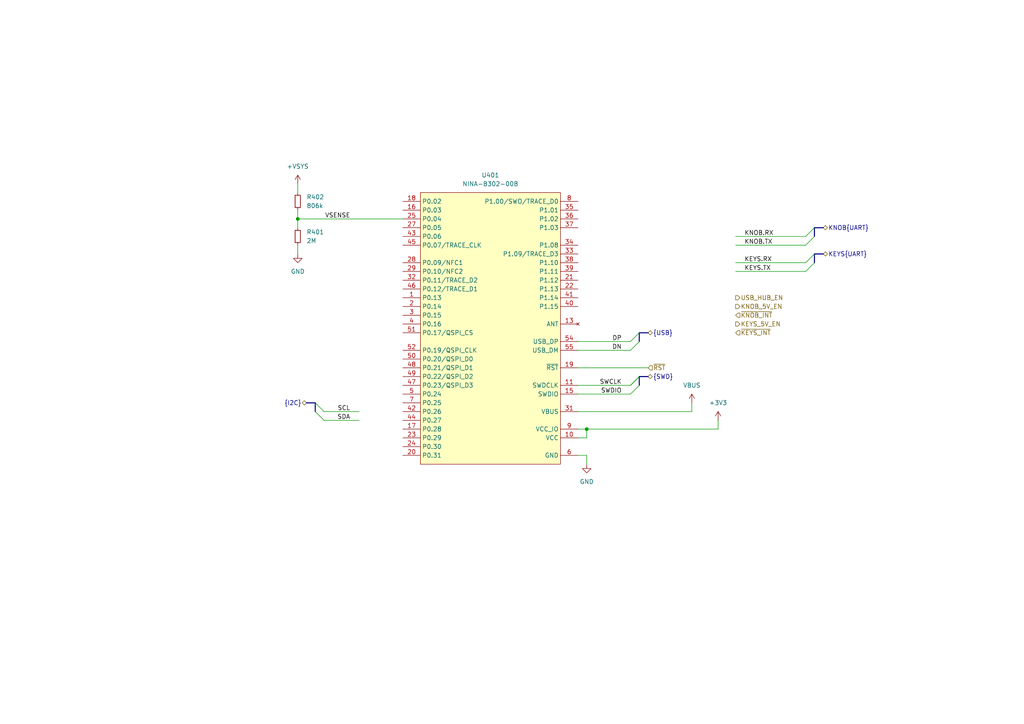
<source format=kicad_sch>
(kicad_sch (version 20250114) (generator "eeschema") (generator_version "9.0")
  (paper "A4")
  (lib_symbols
    (symbol "DEV:R_SMALL" (pin_numbers (hide yes)) (pin_names (offset 0.254) (hide yes))
      (property "Reference" "R" (at 0 0 90))
      (property "Value" "R_SMALL" (at 1.778 0 90))
      (symbol "R_SMALL_0_1"
        (rectangle (start -0.762 1.778) (end 0.762 -1.778) (stroke (width 0.2032)))
      )
      (symbol "R_SMALL_1_1"
        (pin passive line (at 0 2.54 270) (length 0.762) (name "~") (number "1"))
        (pin passive line (at 0 -2.54 90) (length 0.762) (name "~") (number "2"))
      )
    )
    (symbol "NRF:NINA-B302-00B"
      (property "Reference" "U" (at 0 5.08 0))
      (property "Value" "NINA-B302-00B" (at 0 2.54 0))
      (symbol "NINA-B302-00B_1_1"
        (rectangle (start -20.32 0) (end 20.32 -78.74) (fill (type background)))
        (pin passive line (at -25.4 -2.54 0) (length 5.08) (name "P0.02") (number "18"))
        (pin passive line (at -25.4 -5.08 0) (length 5.08) (name "P0.03") (number "16"))
        (pin passive line (at -25.4 -7.62 0) (length 5.08) (name "P0.04") (number "25"))
        (pin passive line (at -25.4 -10.16 0) (length 5.08) (name "P0.05") (number "27"))
        (pin passive line (at -25.4 -12.7 0) (length 5.08) (name "P0.06") (number "43"))
        (pin passive line (at -25.4 -15.24 0) (length 5.08) (name "P0.07/TRACE_CLK") (number "45"))
        (pin passive line (at -25.4 -20.32 0) (length 5.08) (name "P0.09/NFC1") (number "28"))
        (pin passive line (at -25.4 -22.86 0) (length 5.08) (name "P0.10/NFC2") (number "29"))
        (pin passive line (at -25.4 -25.4 0) (length 5.08) (name "P0.11/TRACE_D2") (number "32"))
        (pin passive line (at -25.4 -27.94 0) (length 5.08) (name "P0.12/TRACE_D1") (number "46"))
        (pin passive line (at -25.4 -30.48 0) (length 5.08) (name "P0.13") (number "1"))
        (pin passive line (at -25.4 -33.02 0) (length 5.08) (name "P0.14") (number "2"))
        (pin passive line (at -25.4 -35.56 0) (length 5.08) (name "P0.15") (number "3"))
        (pin passive line (at -25.4 -38.1 0) (length 5.08) (name "P0.16") (number "4"))
        (pin passive line (at -25.4 -40.64 0) (length 5.08) (name "P0.17/QSPI_CS") (number "51"))
        (pin passive line (at -25.4 -45.72 0) (length 5.08) (name "P0.19/QSPI_CLK") (number "52"))
        (pin passive line (at -25.4 -48.26 0) (length 5.08) (name "P0.20/QSPI_D0") (number "50"))
        (pin passive line (at -25.4 -50.8 0) (length 5.08) (name "P0.21/QSPI_D1") (number "48"))
        (pin passive line (at -25.4 -53.34 0) (length 5.08) (name "P0.22/QSPI_D2") (number "49"))
        (pin passive line (at -25.4 -55.88 0) (length 5.08) (name "P0.23/QSPI_D3") (number "47"))
        (pin passive line (at -25.4 -58.42 0) (length 5.08) (name "P0.24") (number "5"))
        (pin passive line (at -25.4 -60.96 0) (length 5.08) (name "P0.25") (number "7"))
        (pin passive line (at -25.4 -63.5 0) (length 5.08) (name "P0.26") (number "42"))
        (pin passive line (at -25.4 -66.04 0) (length 5.08) (name "P0.27") (number "44"))
        (pin passive line (at -25.4 -68.58 0) (length 5.08) (name "P0.28") (number "17"))
        (pin passive line (at -25.4 -71.12 0) (length 5.08) (name "P0.29") (number "23"))
        (pin passive line (at -25.4 -73.66 0) (length 5.08) (name "P0.30") (number "24"))
        (pin passive line (at -25.4 -76.2 0) (length 5.08) (name "P0.31") (number "20"))
        (pin passive line (at 25.4 -2.54 180) (length 5.08) (name "P1.00/SWO/TRACE_D0") (number "8"))
        (pin passive line (at 25.4 -5.08 180) (length 5.08) (name "P1.01") (number "35"))
        (pin passive line (at 25.4 -7.62 180) (length 5.08) (name "P1.02") (number "36"))
        (pin passive line (at 25.4 -10.16 180) (length 5.08) (name "P1.03") (number "37"))
        (pin passive line (at 25.4 -15.24 180) (length 5.08) (name "P1.08") (number "34"))
        (pin passive line (at 25.4 -17.78 180) (length 5.08) (name "P1.09/TRACE_D3") (number "33"))
        (pin passive line (at 25.4 -20.32 180) (length 5.08) (name "P1.10") (number "38"))
        (pin passive line (at 25.4 -22.86 180) (length 5.08) (name "P1.11") (number "39"))
        (pin passive line (at 25.4 -25.4 180) (length 5.08) (name "P1.12") (number "21"))
        (pin passive line (at 25.4 -27.94 180) (length 5.08) (name "P1.13") (number "22"))
        (pin passive line (at 25.4 -30.48 180) (length 5.08) (name "P1.14") (number "41"))
        (pin passive line (at 25.4 -33.02 180) (length 5.08) (name "P1.15") (number "40"))
        (pin no_connect line (at 25.4 -38.1 180) (length 5.08) (name "ANT") (number "13"))
        (pin bidirectional line (at 25.4 -43.18 180) (length 5.08) (name "USB_DP") (number "54"))
        (pin bidirectional line (at 25.4 -45.72 180) (length 5.08) (name "USB_DM") (number "55"))
        (pin bidirectional line (at 25.4 -50.8 180) (length 5.08) (name "~{RST}") (number "19"))
        (pin input line (at 25.4 -55.88 180) (length 5.08) (name "SWDCLK") (number "11"))
        (pin bidirectional line (at 25.4 -58.42 180) (length 5.08) (name "SWDIO") (number "15"))
        (pin power_in line (at 25.4 -63.5 180) (length 5.08) (name "VBUS") (number "31"))
        (pin power_in line (at 25.4 -68.58 180) (length 5.08) (name "VCC_IO") (number "9"))
        (pin power_in line (at 25.4 -71.12 180) (length 5.08) (name "VCC") (number "10"))
        (pin passive line (at 25.4 -76.2 180) (length 5.08) (hide yes) (name "GND") (number "12"))
        (pin passive line (at 25.4 -76.2 180) (length 5.08) (hide yes) (name "GND") (number "14"))
        (pin passive line (at 25.4 -76.2 180) (length 5.08) (hide yes) (name "GND") (number "26"))
        (pin passive line (at 25.4 -76.2 180) (length 5.08) (hide yes) (name "GND") (number "30"))
        (pin passive line (at 25.4 -76.2 180) (length 5.08) (hide yes) (name "GND") (number "53"))
        (pin passive line (at 25.4 -76.2 180) (length 5.08) (hide yes) (name "GND") (number "56"))
        (pin passive line (at 25.4 -76.2 180) (length 5.08) (hide yes) (name "GND") (number "57"))
        (pin passive line (at 25.4 -76.2 180) (length 5.08) (hide yes) (name "GND") (number "58"))
        (pin passive line (at 25.4 -76.2 180) (length 5.08) (hide yes) (name "GND") (number "59"))
        (pin passive line (at 25.4 -76.2 180) (length 5.08) (name "GND") (number "6"))
        (pin passive line (at 25.4 -76.2 180) (length 5.08) (hide yes) (name "GND") (number "60"))
        (pin passive line (at 25.4 -76.2 180) (length 5.08) (hide yes) (name "GND") (number "61"))
        (pin passive line (at 25.4 -76.2 180) (length 5.08) (hide yes) (name "GND") (number "62"))
        (pin passive line (at 25.4 -76.2 180) (length 5.08) (hide yes) (name "GND") (number "63"))
        (pin passive line (at 25.4 -76.2 180) (length 5.08) (hide yes) (name "GND") (number "64"))
        (pin passive line (at 25.4 -76.2 180) (length 5.08) (hide yes) (name "GND") (number "65"))
        (pin passive line (at 25.4 -76.2 180) (length 5.08) (hide yes) (name "GND") (number "66"))
        (pin passive line (at 25.4 -76.2 180) (length 5.08) (hide yes) (name "GND") (number "67"))
      )
    )
    (symbol "PWR-SYM:+VSYS" (power) (pin_numbers (hide yes)) (pin_names (offset 0) (hide yes))
      (property "Value" "+VSYS" (at 0 3.556 0))
      (symbol "+VSYS_0_1"
        (polyline (pts (xy -0.762 1.27) (xy 0 2.54)))
        (polyline (pts (xy 0 2.54) (xy 0.762 1.27)))
        (polyline (pts (xy 0 0) (xy 0 2.54)))
      )
      (symbol "+VSYS_1_1"
        (pin power_in line (at 0 0 90) (length 0) (name "~") (number "1"))
      )
    )
    (symbol "power:+3V3" (power) (pin_numbers (hide yes)) (pin_names (offset 0) (hide yes))
      (property "Value" "+3V3" (at 0 3.556 0))
      (symbol "+3V3_0_1"
        (polyline (pts (xy -0.762 1.27) (xy 0 2.54)))
        (polyline (pts (xy 0 2.54) (xy 0.762 1.27)))
        (polyline (pts (xy 0 0) (xy 0 2.54)))
      )
      (symbol "+3V3_1_1"
        (pin power_in line (at 0 0 90) (length 0) (name "~") (number "1"))
      )
    )
    (symbol "power:GND" (power) (pin_numbers (hide yes)) (pin_names (offset 0) (hide yes))
      (property "Value" "GND" (at 0 -3.81 0))
      (symbol "GND_0_1"
        (polyline (pts (xy 0 0) (xy 0 -1.27) (xy 1.27 -1.27) (xy 0 -2.54) (xy -1.27 -1.27) (xy 0 -1.27)))
      )
      (symbol "GND_1_1"
        (pin power_in line (at 0 0 270) (length 0) (name "~") (number "1"))
      )
    )
    (symbol "power:VBUS" (power) (pin_numbers (hide yes)) (pin_names (offset 0) (hide yes))
      (property "Value" "VBUS" (at 0 3.556 0))
      (symbol "VBUS_0_1"
        (polyline (pts (xy -0.762 1.27) (xy 0 2.54)))
        (polyline (pts (xy 0 2.54) (xy 0.762 1.27)))
        (polyline (pts (xy 0 0) (xy 0 2.54)))
      )
      (symbol "VBUS_1_1"
        (pin power_in line (at 0 0 90) (length 0) (name "~") (number "1"))
      )
    )
  )
  (junction (at 86.36 63.5))
  (junction (at 170.18 124.46))
  (bus_entry (at 236.22 66.04) (size -2.54 2.54))
  (bus_entry (at 185.42 109.22) (size -2.54 2.54))
  (bus_entry (at 185.42 99.06) (size -2.54 2.54))
  (bus_entry (at 185.42 111.76) (size -2.54 2.54))
  (bus_entry (at 236.22 76.2) (size -2.54 2.54))
  (bus_entry (at 185.42 96.52) (size -2.54 2.54))
  (bus_entry (at 91.44 119.38) (size 2.54 2.54))
  (bus_entry (at 236.22 68.58) (size -2.54 2.54))
  (bus_entry (at 185.42 109.22) (size -2.54 2.54))
  (bus_entry (at 236.22 73.66) (size -2.54 2.54))
  (bus_entry (at 91.44 116.84) (size 2.54 2.54))
  (bus (pts (xy 236.22 66.04) (xy 236.22 68.58)))
  (wire (pts (xy 167.64 132.08) (xy 170.18 132.08)))
  (wire (pts (xy 86.36 71.12) (xy 86.36 73.66)))
  (wire (pts (xy 104.14 121.92) (xy 93.98 121.92)))
  (wire (pts (xy 200.66 116.84) (xy 200.66 119.38)))
  (wire (pts (xy 170.18 124.46) (xy 170.18 127)))
  (bus (pts (xy 238.76 66.04) (xy 236.22 66.04)))
  (wire (pts (xy 182.88 99.06) (xy 167.64 99.06)))
  (bus (pts (xy 88.9 116.84) (xy 91.44 116.84)))
  (wire (pts (xy 170.18 124.46) (xy 208.28 124.46)))
  (wire (pts (xy 104.14 119.38) (xy 93.98 119.38)))
  (wire (pts (xy 167.64 124.46) (xy 170.18 124.46)))
  (wire (pts (xy 86.36 63.5) (xy 86.36 66.04)))
  (wire (pts (xy 213.36 68.58) (xy 233.68 68.58)))
  (bus (pts (xy 187.96 109.22) (xy 185.42 109.22)))
  (wire (pts (xy 167.64 127) (xy 170.18 127)))
  (wire (pts (xy 86.36 60.96) (xy 86.36 63.5)))
  (wire (pts (xy 167.64 101.6) (xy 182.88 101.6)))
  (wire (pts (xy 86.36 53.34) (xy 86.36 55.88)))
  (wire (pts (xy 182.88 114.3) (xy 167.64 114.3)))
  (bus (pts (xy 238.76 73.66) (xy 236.22 73.66)))
  (wire (pts (xy 170.18 134.62) (xy 170.18 132.08)))
  (bus (pts (xy 185.42 109.22) (xy 185.42 111.76)))
  (wire (pts (xy 200.66 119.38) (xy 167.64 119.38)))
  (wire (pts (xy 213.36 78.74) (xy 233.68 78.74)))
  (wire (pts (xy 213.36 71.12) (xy 233.68 71.12)))
  (wire (pts (xy 208.28 121.92) (xy 208.28 124.46)))
  (wire (pts (xy 182.88 111.76) (xy 167.64 111.76)))
  (bus (pts (xy 185.42 96.52) (xy 185.42 99.06)))
  (bus (pts (xy 91.44 116.84) (xy 91.44 119.38)))
  (wire (pts (xy 213.36 76.2) (xy 233.68 76.2)))
  (bus (pts (xy 236.22 73.66) (xy 236.22 76.2)))
  (wire (pts (xy 86.36 63.5) (xy 116.84 63.5)))
  (wire (pts (xy 187.96 106.68) (xy 167.64 106.68)))
  (bus (pts (xy 187.96 96.52) (xy 185.42 96.52)))
  (label "DN" (at 180.34 101.6 180))
  (label "SWCLK" (at 180.34 111.76 180))
  (label "KNOB.RX" (at 215.9 68.58 0))
  (label "SCL" (at 101.6 119.38 180))
  (label "SDA" (at 101.6 121.92 180))
  (label "VSENSE" (at 101.6 63.5 180))
  (label "DP" (at 180.34 99.06 180))
  (label "KEYS.TX" (at 215.9 78.74 0))
  (label "KNOB.TX" (at 215.9 71.12 0))
  (label "SWDIO" (at 180.34 114.3 180))
  (label "KEYS.RX" (at 215.9 76.2 0))
  (hierarchical_label "{USB}" (shape bidirectional) (at 187.96 96.52 0))
  (hierarchical_label "KEYS_5V_EN" (shape output) (at 213.36 93.98 0))
  (hierarchical_label "USB_HUB_EN" (shape output) (at 213.36 86.36 0))
  (hierarchical_label "~{KEYS_INT}" (shape input) (at 213.36 96.52 0))
  (hierarchical_label "~{KNOB_INT}" (shape input) (at 213.36 91.44 0))
  (hierarchical_label "KNOB{UART}" (shape bidirectional) (at 238.76 66.04 0))
  (hierarchical_label "{SWD}" (shape bidirectional) (at 187.96 109.22 0))
  (hierarchical_label "KNOB_5V_EN" (shape output) (at 213.36 88.9 0))
  (hierarchical_label "~{RST}" (shape input) (at 187.96 106.68 0))
  (hierarchical_label "{I2C}" (shape bidirectional) (at 88.9 116.84 180))
  (hierarchical_label "KEYS{UART}" (shape bidirectional) (at 238.76 73.66 0))
  (symbol (lib_id "DEV:R_SMALL") (at 86.36 58.42 0) (mirror y) (unit 1)
    (property "Reference" "R402" (at 88.9 57.1499 0) (effects (justify right)))
    (property "Value" "806k" (at 88.9 59.6899 0) (effects (justify right)))
    (property "Footprint" "project_footprints:R_0402" (effects (hide yes)))
    (property "Description" "Resistor, small symbol" (effects (hide yes)))
  )
  (symbol (lib_id "power:VBUS") (at 200.66 116.84 0) (unit 1)
    (property "Reference" "#PWR0403" (effects (hide yes)))
    (property "Value" "VBUS" (at 200.66 111.76 0))
    (property "Description" "Power symbol creates a global label with name \"VBUS\"" (effects (hide yes)))
  )
  (symbol (lib_id "DEV:R_SMALL") (at 86.36 68.58 0) (unit 1)
    (property "Reference" "R401" (at 88.9 67.3099 0) (effects (justify left)))
    (property "Value" "2M" (at 88.9 69.8499 0) (effects (justify left)))
    (property "Footprint" "project_footprints:R_0402" (effects (hide yes)))
    (property "Description" "Resistor, small symbol" (effects (hide yes)))
  )
  (symbol (lib_id "power:+3V3") (at 208.28 121.92 0) (unit 1)
    (property "Reference" "#PWR0402" (effects (hide yes)))
    (property "Value" "+3V3" (at 208.28 116.84 0))
    (property "Description" "Power symbol creates a global label with name \"+3V3\"" (effects (hide yes)))
  )
  (symbol (lib_id "NRF:NINA-B302-00B") (at 142.24 55.88 0) (unit 1)
    (property "Reference" "U401" (at 142.24 50.8 0))
    (property "Value" "NINA-B302-00B" (at 142.24 53.34 0))
    (property "Footprint" "project_footprints:NINAB30200B" (effects (hide yes)))
    (property "Datasheet" "https://www.u-blox.com/en/docs/UBX-17052099" (effects (hide yes)))
    (property "Description" "RX TXRX MODULE BT TRC METAL ANT SMD" (effects (hide yes)))
  )
  (symbol (lib_id "power:GND") (at 170.18 134.62 0) (unit 1)
    (property "Reference" "#PWR0404" (effects (hide yes)))
    (property "Value" "GND" (at 170.18 139.7 0))
  )
  (symbol (lib_id "PWR-SYM:+VSYS") (at 86.36 53.34 0) (unit 1)
    (property "Reference" "#PWR0401" (effects (hide yes)))
    (property "Value" "+VSYS" (at 86.36 48.26 0))
    (property "Description" "Power symbol creates a global label with name \"+VSYS\"" (effects (hide yes)))
  )
  (symbol (lib_id "power:GND") (at 86.36 73.66 0) (unit 1)
    (property "Reference" "#PWR0405" (effects (hide yes)))
    (property "Value" "GND" (at 86.36 78.74 0))
  )
)
</source>
